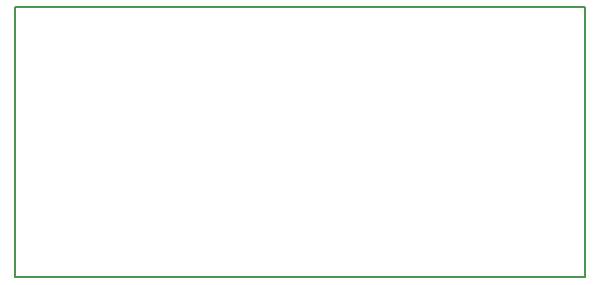
<source format=gbr>
G04 #@! TF.FileFunction,Profile,NP*
%FSLAX46Y46*%
G04 Gerber Fmt 4.6, Leading zero omitted, Abs format (unit mm)*
G04 Created by KiCad (PCBNEW 4.0.7) date 10/14/18 23:36:20*
%MOMM*%
%LPD*%
G01*
G04 APERTURE LIST*
%ADD10C,0.100000*%
%ADD11C,0.150000*%
G04 APERTURE END LIST*
D10*
D11*
X175260000Y-96520000D02*
X127000000Y-96520000D01*
X175260000Y-119380000D02*
X175260000Y-96520000D01*
X127000000Y-119380000D02*
X175260000Y-119380000D01*
X127000000Y-96520000D02*
X127000000Y-119380000D01*
M02*

</source>
